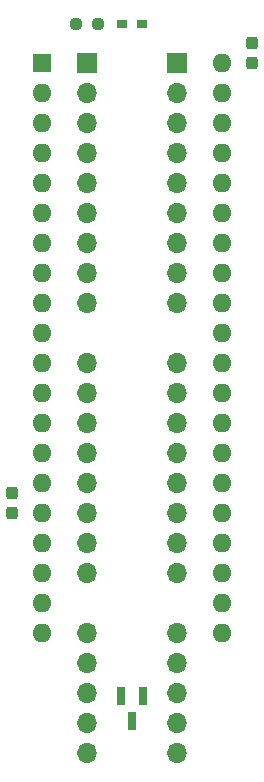
<source format=gbr>
G04 #@! TF.GenerationSoftware,KiCad,Pcbnew,8.0.4+dfsg-1*
G04 #@! TF.CreationDate,2025-03-02T09:40:53+09:00*
G04 #@! TF.ProjectId,bionic-cdp1802,62696f6e-6963-42d6-9364-70313830322e,8*
G04 #@! TF.SameCoordinates,Original*
G04 #@! TF.FileFunction,Soldermask,Top*
G04 #@! TF.FilePolarity,Negative*
%FSLAX46Y46*%
G04 Gerber Fmt 4.6, Leading zero omitted, Abs format (unit mm)*
G04 Created by KiCad (PCBNEW 8.0.4+dfsg-1) date 2025-03-02 09:40:53*
%MOMM*%
%LPD*%
G01*
G04 APERTURE LIST*
G04 Aperture macros list*
%AMRoundRect*
0 Rectangle with rounded corners*
0 $1 Rounding radius*
0 $2 $3 $4 $5 $6 $7 $8 $9 X,Y pos of 4 corners*
0 Add a 4 corners polygon primitive as box body*
4,1,4,$2,$3,$4,$5,$6,$7,$8,$9,$2,$3,0*
0 Add four circle primitives for the rounded corners*
1,1,$1+$1,$2,$3*
1,1,$1+$1,$4,$5*
1,1,$1+$1,$6,$7*
1,1,$1+$1,$8,$9*
0 Add four rect primitives between the rounded corners*
20,1,$1+$1,$2,$3,$4,$5,0*
20,1,$1+$1,$4,$5,$6,$7,0*
20,1,$1+$1,$6,$7,$8,$9,0*
20,1,$1+$1,$8,$9,$2,$3,0*%
G04 Aperture macros list end*
%ADD10R,0.660400X1.625600*%
%ADD11RoundRect,0.237500X0.250000X0.237500X-0.250000X0.237500X-0.250000X-0.237500X0.250000X-0.237500X0*%
%ADD12R,0.965200X0.762000*%
%ADD13RoundRect,0.237500X0.237500X-0.300000X0.237500X0.300000X-0.237500X0.300000X-0.237500X-0.300000X0*%
%ADD14R,1.600000X1.600000*%
%ADD15O,1.600000X1.600000*%
%ADD16O,1.700000X1.700000*%
%ADD17R,1.700000X1.700000*%
G04 APERTURE END LIST*
D10*
X114650001Y-128624000D03*
X112749999Y-128624000D03*
X113700000Y-130756000D03*
D11*
X110802500Y-71778000D03*
X108977500Y-71778000D03*
D12*
X112823700Y-71778000D03*
X114576300Y-71778000D03*
D13*
X103540000Y-113177800D03*
X103540000Y-111452800D03*
X123860000Y-75078900D03*
X123860000Y-73353900D03*
D14*
X106080000Y-75080000D03*
D15*
X106080000Y-77620000D03*
X106080000Y-80160000D03*
X106080000Y-82700000D03*
X106080000Y-85240000D03*
X106080000Y-87780000D03*
X106080000Y-90320000D03*
X106080000Y-92860000D03*
X106080000Y-95400000D03*
X106080000Y-97940000D03*
X106080000Y-100480000D03*
X106080000Y-103020000D03*
X106080000Y-105560000D03*
X106080000Y-108100000D03*
X106080000Y-110640000D03*
X106080000Y-113180000D03*
X106080000Y-115720000D03*
X106080000Y-118260000D03*
X106080000Y-120800000D03*
X106080000Y-123340000D03*
X121320000Y-123340000D03*
X121320000Y-120800000D03*
X121320000Y-118260000D03*
X121320000Y-115720000D03*
X121320000Y-113180000D03*
X121320000Y-110640000D03*
X121320000Y-108100000D03*
X121320000Y-105560000D03*
X121320000Y-103020000D03*
X121320000Y-100480000D03*
X121320000Y-97940000D03*
X121320000Y-95400000D03*
X121320000Y-92860000D03*
X121320000Y-90320000D03*
X121320000Y-87780000D03*
X121320000Y-85240000D03*
X121320000Y-82700000D03*
X121320000Y-80160000D03*
X121320000Y-77620000D03*
X121320000Y-75080000D03*
D16*
X117510000Y-133500000D03*
X117510000Y-130960000D03*
X117510000Y-128420000D03*
X117510000Y-125880000D03*
X117510000Y-123340000D03*
X117510000Y-118260000D03*
X117510000Y-115720000D03*
X117510000Y-113180000D03*
X117510000Y-110640000D03*
X117510000Y-108100000D03*
X117510000Y-105560000D03*
X117510000Y-103020000D03*
X117510000Y-100480000D03*
X117510000Y-95400000D03*
X117510000Y-92860000D03*
X117510000Y-90320000D03*
X117510000Y-87780000D03*
X117510000Y-85240000D03*
X117510000Y-82700000D03*
X117510000Y-80160000D03*
X117510000Y-77620000D03*
D17*
X117510000Y-75080000D03*
X109890000Y-75080000D03*
D16*
X109890000Y-77620000D03*
X109890000Y-80160000D03*
X109890000Y-82700000D03*
X109890000Y-85240000D03*
X109890000Y-87780000D03*
X109890000Y-90320000D03*
X109890000Y-92860000D03*
X109890000Y-95400000D03*
X109890000Y-100480000D03*
X109890000Y-103020000D03*
X109890000Y-105560000D03*
X109890000Y-108100000D03*
X109890000Y-110640000D03*
X109890000Y-113180000D03*
X109890000Y-115720000D03*
X109890000Y-118260000D03*
X109890000Y-123340000D03*
X109890000Y-125880000D03*
X109890000Y-128420000D03*
X109890000Y-130960000D03*
X109890000Y-133500000D03*
M02*

</source>
